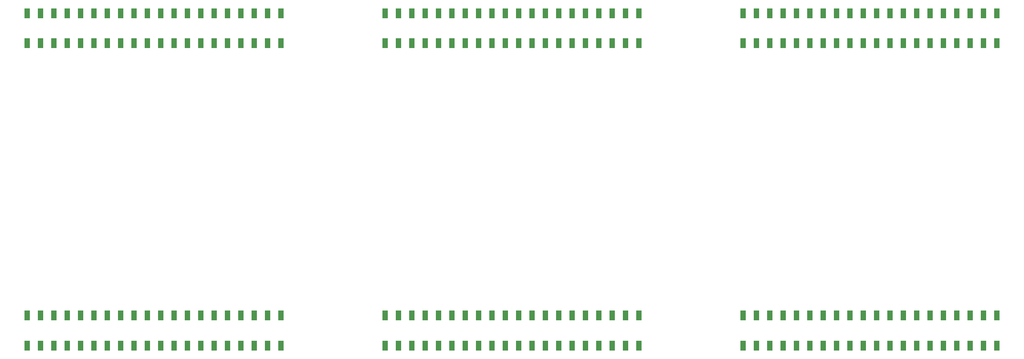
<source format=gbp>
G04 EAGLE Gerber RS-274X export*
G75*
%MOMM*%
%FSLAX34Y34*%
%LPD*%
%INSolderpaste Bottom*%
%IPPOS*%
%AMOC8*
5,1,8,0,0,1.08239X$1,22.5*%
G01*
%ADD10R,1.020000X1.870000*%


D10*
X83720Y496285D03*
X83720Y553435D03*
X109120Y496285D03*
X109120Y553435D03*
X134520Y496285D03*
X134520Y553435D03*
X159920Y496285D03*
X159920Y553435D03*
X185320Y496285D03*
X185320Y553435D03*
X210720Y496285D03*
X210720Y553435D03*
X236120Y496285D03*
X236120Y553435D03*
X261520Y496285D03*
X261520Y553435D03*
X286920Y496285D03*
X286920Y553435D03*
X312320Y496285D03*
X312320Y553435D03*
X337720Y496285D03*
X337720Y553435D03*
X363120Y496285D03*
X363120Y553435D03*
X388520Y496285D03*
X388520Y553435D03*
X413920Y496285D03*
X413920Y553435D03*
X439320Y496285D03*
X439320Y553435D03*
X464720Y496285D03*
X464720Y553435D03*
X490120Y496285D03*
X490120Y553435D03*
X515520Y496285D03*
X515520Y553435D03*
X540920Y496285D03*
X540920Y553435D03*
X566320Y496285D03*
X566320Y553435D03*
X764719Y496285D03*
X764719Y553435D03*
X790119Y496285D03*
X790119Y553435D03*
X815519Y496285D03*
X815519Y553435D03*
X840919Y496285D03*
X840919Y553435D03*
X866319Y496285D03*
X866319Y553435D03*
X891719Y496285D03*
X891719Y553435D03*
X917119Y496285D03*
X917119Y553435D03*
X942519Y496285D03*
X942519Y553435D03*
X967919Y496285D03*
X967919Y553435D03*
X993319Y496285D03*
X993319Y553435D03*
X1018719Y496285D03*
X1018719Y553435D03*
X1044119Y496285D03*
X1044119Y553435D03*
X1069519Y496285D03*
X1069519Y553435D03*
X1094919Y496285D03*
X1094919Y553435D03*
X1120319Y496285D03*
X1120319Y553435D03*
X1145719Y496285D03*
X1145719Y553435D03*
X1171119Y496285D03*
X1171119Y553435D03*
X1196519Y496285D03*
X1196519Y553435D03*
X1221919Y496285D03*
X1221919Y553435D03*
X1247319Y496285D03*
X1247319Y553435D03*
X1445693Y496285D03*
X1445693Y553435D03*
X1471093Y496285D03*
X1471093Y553435D03*
X1496493Y496285D03*
X1496493Y553435D03*
X1521893Y496285D03*
X1521893Y553435D03*
X1547293Y496285D03*
X1547293Y553435D03*
X1572693Y496285D03*
X1572693Y553435D03*
X1598093Y496285D03*
X1598093Y553435D03*
X1623493Y496285D03*
X1623493Y553435D03*
X1648893Y496285D03*
X1648893Y553435D03*
X1674293Y496285D03*
X1674293Y553435D03*
X1699693Y496285D03*
X1699693Y553435D03*
X1725093Y496285D03*
X1725093Y553435D03*
X1750493Y496285D03*
X1750493Y553435D03*
X1775893Y496285D03*
X1775893Y553435D03*
X1801293Y496285D03*
X1801293Y553435D03*
X1826693Y496285D03*
X1826693Y553435D03*
X1852093Y496285D03*
X1852093Y553435D03*
X1877493Y496285D03*
X1877493Y553435D03*
X1902893Y496285D03*
X1902893Y553435D03*
X1928293Y496285D03*
X1928293Y553435D03*
X83720Y1071697D03*
X83720Y1128847D03*
X109120Y1071697D03*
X109120Y1128847D03*
X134520Y1071697D03*
X134520Y1128847D03*
X159920Y1071697D03*
X159920Y1128847D03*
X185320Y1071697D03*
X185320Y1128847D03*
X210720Y1071697D03*
X210720Y1128847D03*
X236120Y1071697D03*
X236120Y1128847D03*
X261520Y1071697D03*
X261520Y1128847D03*
X286920Y1071697D03*
X286920Y1128847D03*
X312320Y1071697D03*
X312320Y1128847D03*
X337720Y1071697D03*
X337720Y1128847D03*
X363120Y1071697D03*
X363120Y1128847D03*
X388520Y1071697D03*
X388520Y1128847D03*
X413920Y1071697D03*
X413920Y1128847D03*
X439320Y1071697D03*
X439320Y1128847D03*
X464720Y1071697D03*
X464720Y1128847D03*
X490120Y1071697D03*
X490120Y1128847D03*
X515520Y1071697D03*
X515520Y1128847D03*
X540920Y1071697D03*
X540920Y1128847D03*
X566320Y1071697D03*
X566320Y1128847D03*
X764719Y1071697D03*
X764719Y1128847D03*
X790119Y1071697D03*
X790119Y1128847D03*
X815519Y1071697D03*
X815519Y1128847D03*
X840919Y1071697D03*
X840919Y1128847D03*
X866319Y1071697D03*
X866319Y1128847D03*
X891719Y1071697D03*
X891719Y1128847D03*
X917119Y1071697D03*
X917119Y1128847D03*
X942519Y1071697D03*
X942519Y1128847D03*
X967919Y1071697D03*
X967919Y1128847D03*
X993319Y1071697D03*
X993319Y1128847D03*
X1018719Y1071697D03*
X1018719Y1128847D03*
X1044119Y1071697D03*
X1044119Y1128847D03*
X1069519Y1071697D03*
X1069519Y1128847D03*
X1094919Y1071697D03*
X1094919Y1128847D03*
X1120319Y1071697D03*
X1120319Y1128847D03*
X1145719Y1071697D03*
X1145719Y1128847D03*
X1171119Y1071697D03*
X1171119Y1128847D03*
X1196519Y1071697D03*
X1196519Y1128847D03*
X1221919Y1071697D03*
X1221919Y1128847D03*
X1247319Y1071697D03*
X1247319Y1128847D03*
X1445693Y1071697D03*
X1445693Y1128847D03*
X1471093Y1071697D03*
X1471093Y1128847D03*
X1496493Y1071697D03*
X1496493Y1128847D03*
X1521893Y1071697D03*
X1521893Y1128847D03*
X1547293Y1071697D03*
X1547293Y1128847D03*
X1572693Y1071697D03*
X1572693Y1128847D03*
X1598093Y1071697D03*
X1598093Y1128847D03*
X1623493Y1071697D03*
X1623493Y1128847D03*
X1648893Y1071697D03*
X1648893Y1128847D03*
X1674293Y1071697D03*
X1674293Y1128847D03*
X1699693Y1071697D03*
X1699693Y1128847D03*
X1725093Y1071697D03*
X1725093Y1128847D03*
X1750493Y1071697D03*
X1750493Y1128847D03*
X1775893Y1071697D03*
X1775893Y1128847D03*
X1801293Y1071697D03*
X1801293Y1128847D03*
X1826693Y1071697D03*
X1826693Y1128847D03*
X1852093Y1071697D03*
X1852093Y1128847D03*
X1877493Y1071697D03*
X1877493Y1128847D03*
X1902893Y1071697D03*
X1902893Y1128847D03*
X1928293Y1071697D03*
X1928293Y1128847D03*
M02*

</source>
